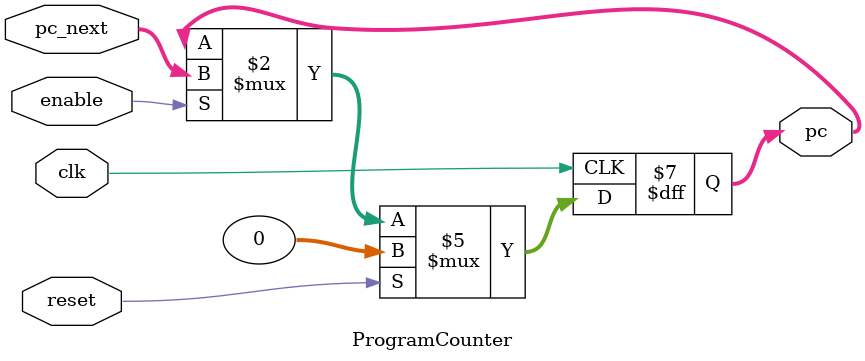
<source format=sv>
module ProgramCounter (
    input logic clk,           // Clock
    input logic reset,        // Reset síncrono
    input logic enable,       // Habilita a atualização do PC
    input logic [31:0] pc_next, // Próximo valor do PC
    output logic [31:0] pc     // Valor atual do PC
);

    always_ff @(posedge clk) begin
        if (reset) begin
            pc <= 32'b0;      // Reseta o PC para 0
        end else if (enable) begin
            pc <= pc_next;    // Atualiza o PC com o próximo valor
        end // else: pc mantém o valor anterior (implícito)
    end

endmodule

</source>
